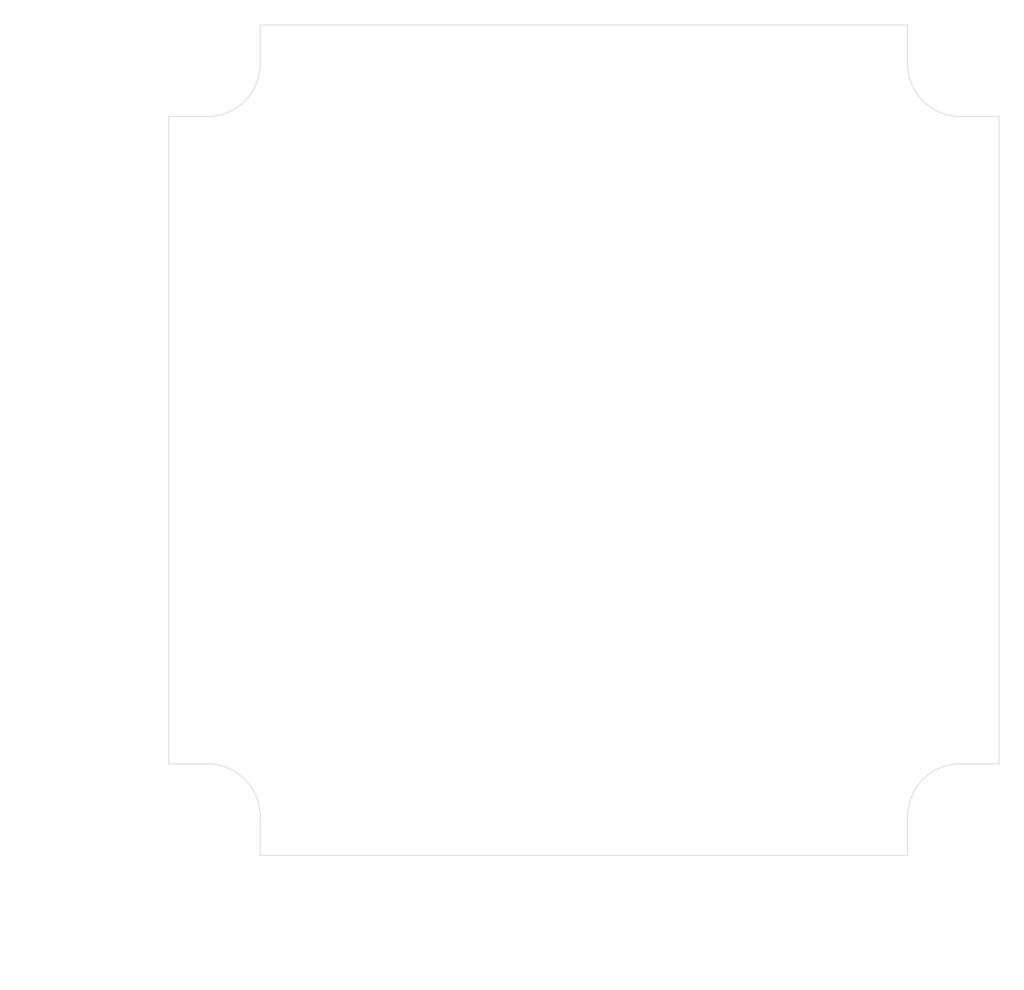
<source format=kicad_pcb>
(kicad_pcb (version 4) (host pcbnew 4.0.7-e2-6376~61~ubuntu18.04.1)

  (general
    (links 0)
    (no_connects 0)
    (area 71.764761 32.449999 217.550001 176.210001)
    (thickness 1.6)
    (drawings 48)
    (tracks 0)
    (zones 0)
    (modules 0)
    (nets 1)
  )

  (page A4)
  (layers
    (0 F.Cu signal)
    (1 In1.Cu signal)
    (2 In2.Cu signal)
    (31 B.Cu signal)
    (33 F.Adhes user)
    (35 F.Paste user)
    (37 F.SilkS user)
    (39 F.Mask user)
    (40 Dwgs.User user)
    (41 Cmts.User user)
    (42 Eco1.User user)
    (43 Eco2.User user)
    (44 Edge.Cuts user)
    (45 Margin user)
    (47 F.CrtYd user)
    (49 F.Fab user)
  )

  (setup
    (last_trace_width 0.25)
    (trace_clearance 0.2)
    (zone_clearance 0.508)
    (zone_45_only yes)
    (trace_min 0.2)
    (segment_width 0.2)
    (edge_width 0.1)
    (via_size 0.6)
    (via_drill 0.4)
    (via_min_size 0.4)
    (via_min_drill 0.3)
    (uvia_size 0.3)
    (uvia_drill 0.1)
    (uvias_allowed no)
    (uvia_min_size 0.2)
    (uvia_min_drill 0.1)
    (pcb_text_width 0.3)
    (pcb_text_size 1.5 1.5)
    (mod_edge_width 0.15)
    (mod_text_size 1 1)
    (mod_text_width 0.15)
    (pad_size 1.524 1.524)
    (pad_drill 0.762)
    (pad_to_mask_clearance 0.2)
    (aux_axis_origin 0 0)
    (visible_elements FFFFFF7F)
    (pcbplotparams
      (layerselection 0x00030_80000001)
      (usegerberextensions false)
      (excludeedgelayer true)
      (linewidth 0.100000)
      (plotframeref false)
      (viasonmask false)
      (mode 1)
      (useauxorigin false)
      (hpglpennumber 1)
      (hpglpenspeed 20)
      (hpglpendiameter 15)
      (hpglpenoverlay 2)
      (psnegative false)
      (psa4output false)
      (plotreference true)
      (plotvalue true)
      (plotinvisibletext false)
      (padsonsilk false)
      (subtractmaskfromsilk false)
      (outputformat 1)
      (mirror false)
      (drillshape 1)
      (scaleselection 1)
      (outputdirectory ""))
  )

  (net 0 "")

  (net_class Default "This is the default net class."
    (clearance 0.2)
    (trace_width 0.25)
    (via_dia 0.6)
    (via_drill 0.4)
    (uvia_dia 0.3)
    (uvia_drill 0.1)
  )

  (dimension 3 (width 0.12) (layer Dwgs.User) (tstamp 5B04B99E)
    (gr_text "3.000 mm" (at 110 75.91) (layer Dwgs.User) (tstamp 5B04B99F)
      (effects (font (size 0.7 0.55) (thickness 0.12)))
    )
    (feature1 (pts (xy 111.5 80) (xy 111.5 75.32)))
    (feature2 (pts (xy 108.5 80) (xy 108.5 75.32)))
    (crossbar (pts (xy 108.5 76.5) (xy 111.5 76.5)))
    (arrow1a (pts (xy 111.5 76.5) (xy 110.373496 77.086421)))
    (arrow1b (pts (xy 111.5 76.5) (xy 110.373496 75.913579)))
    (arrow2a (pts (xy 108.5 76.5) (xy 109.626504 77.086421)))
    (arrow2b (pts (xy 108.5 76.5) (xy 109.626504 75.913579)))
  )
  (gr_line (start 96 30) (end 96 17.5) (layer Dwgs.User) (width 0.1) (tstamp 5B04B94A))
  (gr_line (start 214 30) (end 214 17.5) (layer Dwgs.User) (width 0.1) (tstamp 5B04B93F))
  (gr_line (start 205 21) (end 217.5 21) (layer Dwgs.User) (width 0.1) (tstamp 5B04B931))
  (gr_line (start 205 139) (end 217.5 139) (layer Dwgs.User) (width 0.1) (tstamp 5B04B92C))
  (gr_line (start 214 142.5) (end 214 130) (layer Dwgs.User) (width 0.1) (tstamp 5B04B8FC))
  (gr_arc (start 208.5 26.5) (end 208.5 34) (angle 90) (layer Edge.Cuts) (width 0.1))
  (gr_arc (start 208.5 133.5) (end 201 133.5) (angle 90) (layer Edge.Cuts) (width 0.1))
  (gr_arc (start 101.5 133.5) (end 101.5 126) (angle 90) (layer Edge.Cuts) (width 0.1))
  (gr_arc (start 101.5 26.5) (end 109 26.5) (angle 90) (layer Edge.Cuts) (width 0.1))
  (gr_circle (center 117.5 125) (end 117.5 123.5) (layer Dwgs.User) (width 0.1) (tstamp 5B04B65D))
  (gr_circle (center 155 125) (end 155 123.5) (layer Dwgs.User) (width 0.1) (tstamp 5B04B65A))
  (gr_circle (center 192.5 125) (end 192.5 123.5) (layer Dwgs.User) (width 0.1) (tstamp 5B04B651))
  (gr_circle (center 200 80) (end 200 78.5) (layer Dwgs.User) (width 0.1) (tstamp 5B04B649))
  (gr_circle (center 192.5 35) (end 192.5 33.5) (layer Dwgs.User) (width 0.1) (tstamp 5B04B640))
  (gr_circle (center 155 35) (end 155 33.5) (layer Dwgs.User) (width 0.1) (tstamp 5B04B638))
  (gr_circle (center 117.5 35) (end 117.5 33.5) (layer Dwgs.User) (width 0.1) (tstamp 5B04B62E))
  (gr_circle (center 110 80) (end 110 78.5) (layer Dwgs.User) (width 0.1))
  (dimension 92 (width 0.12) (layer Dwgs.User) (tstamp 5B04B4EA)
    (gr_text "92.000 mm" (at 155 155.570525) (layer Dwgs.User) (tstamp 5B04B4EB)
      (effects (font (size 0.7 0.55) (thickness 0.12)))
    )
    (feature1 (pts (xy 109 145) (xy 109 156.160525)))
    (feature2 (pts (xy 201 145) (xy 201 156.160525)))
    (crossbar (pts (xy 201 154.980525) (xy 109 154.980525)))
    (arrow1a (pts (xy 109 154.980525) (xy 110.126504 154.394104)))
    (arrow1b (pts (xy 109 154.980525) (xy 110.126504 155.566946)))
    (arrow2a (pts (xy 201 154.980525) (xy 199.873496 154.394104)))
    (arrow2b (pts (xy 201 154.980525) (xy 199.873496 155.566946)))
  )
  (gr_line (start 92.5 125) (end 217.5 125) (layer Dwgs.User) (width 0.1) (tstamp 5B04B477))
  (gr_line (start 92.5 35) (end 217.5 35) (layer Dwgs.User) (width 0.1) (tstamp 5B04B473))
  (gr_line (start 192.5 142.5) (end 192.5 17.5) (layer Dwgs.User) (width 0.1) (tstamp 5B04B42F))
  (gr_line (start 117.5 142.5) (end 117.5 17.5) (layer Dwgs.User) (width 0.1) (tstamp 5B04B427))
  (dimension 75 (width 0.12) (layer Dwgs.User) (tstamp 5B04B3C3)
    (gr_text "75.000 mm" (at 155 150.59) (layer Dwgs.User) (tstamp 5B04B3C4)
      (effects (font (size 0.7 0.55) (thickness 0.12)))
    )
    (feature1 (pts (xy 117.5 145) (xy 117.5 151.18)))
    (feature2 (pts (xy 192.5 145) (xy 192.5 151.18)))
    (crossbar (pts (xy 192.5 150) (xy 117.5 150)))
    (arrow1a (pts (xy 117.5 150) (xy 118.626504 149.413579)))
    (arrow1b (pts (xy 117.5 150) (xy 118.626504 150.586421)))
    (arrow2a (pts (xy 192.5 150) (xy 191.373496 149.413579)))
    (arrow2b (pts (xy 192.5 150) (xy 191.373496 150.586421)))
  )
  (gr_line (start 201 133.5) (end 201 139) (layer Edge.Cuts) (width 0.1))
  (gr_line (start 214 126) (end 208.5 126) (layer Edge.Cuts) (width 0.1))
  (gr_line (start 214 34) (end 214 126) (layer Edge.Cuts) (width 0.1))
  (gr_line (start 208.5 34) (end 214 34) (layer Edge.Cuts) (width 0.1))
  (gr_line (start 201 21) (end 201 26.5) (layer Edge.Cuts) (width 0.1))
  (gr_line (start 109 21) (end 201 21) (layer Edge.Cuts) (width 0.1))
  (gr_line (start 109 26.5) (end 109 21) (layer Edge.Cuts) (width 0.1))
  (gr_line (start 96 34) (end 101.5 34) (layer Edge.Cuts) (width 0.1))
  (gr_line (start 96 126) (end 96 34) (layer Edge.Cuts) (width 0.1))
  (gr_line (start 101.5 126) (end 96 126) (layer Edge.Cuts) (width 0.1))
  (gr_line (start 109 139) (end 109 133.5) (layer Edge.Cuts) (width 0.1))
  (gr_line (start 92.5 21) (end 105 21) (layer Dwgs.User) (width 0.1) (tstamp 5B04AEDE))
  (gr_line (start 92.5 139) (end 105 139) (layer Dwgs.User) (width 0.1) (tstamp 5B04AED9))
  (gr_line (start 96 142.5) (end 96 130) (layer Dwgs.User) (width 0.1) (tstamp 5B04AEC9))
  (gr_line (start 200 142.5) (end 200 17.5) (layer Dwgs.User) (width 0.1) (tstamp 5B04AEB1))
  (gr_line (start 155 142.5) (end 155 17.5) (layer Dwgs.User) (width 0.1) (tstamp 5B04AEAA))
  (gr_line (start 110 142.5) (end 110 17.5) (layer Dwgs.User) (width 0.1) (tstamp 5B04AE88))
  (dimension 92 (width 0.12) (layer Dwgs.User) (tstamp 5B04AE2F)
    (gr_text "92.000 mm" (at 76.91 80 90) (layer Dwgs.User) (tstamp 5B04AE30)
      (effects (font (size 0.7 0.55) (thickness 0.12)))
    )
    (feature1 (pts (xy 90 34) (xy 76.32 34)))
    (feature2 (pts (xy 90 126) (xy 76.32 126)))
    (crossbar (pts (xy 77.5 126) (xy 77.5 34)))
    (arrow1a (pts (xy 77.5 34) (xy 78.086421 35.126504)))
    (arrow1b (pts (xy 77.5 34) (xy 76.913579 35.126504)))
    (arrow2a (pts (xy 77.5 126) (xy 78.086421 124.873496)))
    (arrow2b (pts (xy 77.5 126) (xy 76.913579 124.873496)))
  )
  (dimension 90 (width 0.12) (layer Dwgs.User) (tstamp 5B04ADF2)
    (gr_text "90.000 mm" (at 79.41 80 90) (layer Dwgs.User) (tstamp 5B2864FC)
      (effects (font (size 0.7 0.55) (thickness 0.12)))
    )
    (feature1 (pts (xy 90 35) (xy 78.82 35)))
    (feature2 (pts (xy 90 125) (xy 78.82 125)))
    (crossbar (pts (xy 80 125) (xy 80 35)))
    (arrow1a (pts (xy 80 35) (xy 80.586421 36.126504)))
    (arrow1b (pts (xy 80 35) (xy 79.413579 36.126504)))
    (arrow2a (pts (xy 80 125) (xy 80.586421 123.873496)))
    (arrow2b (pts (xy 80 125) (xy 79.413579 123.873496)))
  )
  (gr_line (start 92.5 80) (end 217.5 80) (layer Dwgs.User) (width 0.1))
  (dimension 118 (width 0.12) (layer Dwgs.User) (tstamp 5B04AD73)
    (gr_text "118.000 mm" (at 74.41 80 90) (layer Dwgs.User) (tstamp 5B04AD74)
      (effects (font (size 0.7 0.55) (thickness 0.12)))
    )
    (feature1 (pts (xy 90 21) (xy 73.82 21)))
    (feature2 (pts (xy 90 139) (xy 73.82 139)))
    (crossbar (pts (xy 75 139) (xy 75 21)))
    (arrow1a (pts (xy 75 21) (xy 75.586421 22.126504)))
    (arrow1b (pts (xy 75 21) (xy 74.413579 22.126504)))
    (arrow2a (pts (xy 75 139) (xy 75.586421 137.873496)))
    (arrow2b (pts (xy 75 139) (xy 74.413579 137.873496)))
  )
  (dimension 90 (width 0.12) (layer Dwgs.User) (tstamp 5B04ACD6)
    (gr_text "90.000 mm" (at 155 153.09) (layer Dwgs.User) (tstamp 5B04ACD7)
      (effects (font (size 0.7 0.55) (thickness 0.12)))
    )
    (feature1 (pts (xy 110 145) (xy 110 153.68)))
    (feature2 (pts (xy 200 145) (xy 200 153.68)))
    (crossbar (pts (xy 200 152.5) (xy 110 152.5)))
    (arrow1a (pts (xy 110 152.5) (xy 111.126504 151.913579)))
    (arrow1b (pts (xy 110 152.5) (xy 111.126504 153.086421)))
    (arrow2a (pts (xy 200 152.5) (xy 198.873496 151.913579)))
    (arrow2b (pts (xy 200 152.5) (xy 198.873496 153.086421)))
  )
  (dimension 118 (width 0.12) (layer Dwgs.User) (tstamp 5B04AC75)
    (gr_text "118.000 mm" (at 155 158.09) (layer Dwgs.User) (tstamp 5B04AC76)
      (effects (font (size 0.7 0.55) (thickness 0.12)))
    )
    (feature1 (pts (xy 96 145) (xy 96 158.68)))
    (feature2 (pts (xy 214 145) (xy 214 158.68)))
    (crossbar (pts (xy 214 157.5) (xy 96 157.5)))
    (arrow1a (pts (xy 96 157.5) (xy 97.126504 156.913579)))
    (arrow1b (pts (xy 96 157.5) (xy 97.126504 158.086421)))
    (arrow2a (pts (xy 214 157.5) (xy 212.873496 156.913579)))
    (arrow2b (pts (xy 214 157.5) (xy 212.873496 158.086421)))
  )
  (gr_line (start 109 139) (end 201 139) (layer Edge.Cuts) (width 0.1))

)

</source>
